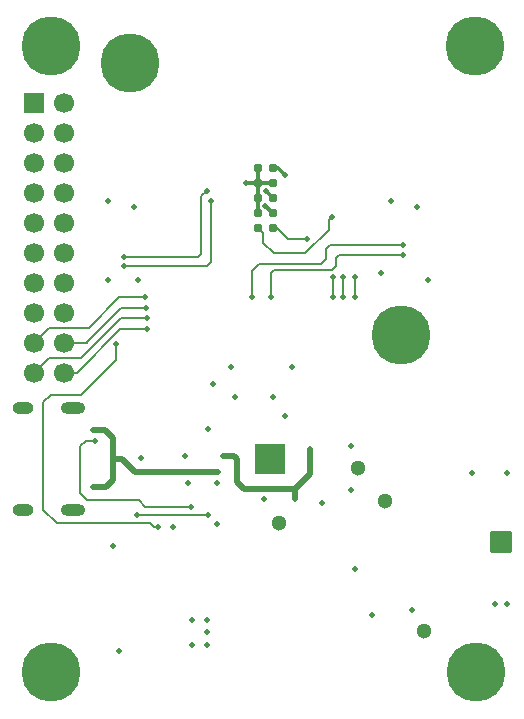
<source format=gbr>
%TF.GenerationSoftware,KiCad,Pcbnew,9.0.4-9.0.4-0~ubuntu24.04.1*%
%TF.CreationDate,2025-09-26T14:01:36+02:00*%
%TF.ProjectId,Sensor_Node_Base,53656e73-6f72-45f4-9e6f-64655f426173,rev?*%
%TF.SameCoordinates,Original*%
%TF.FileFunction,Copper,L4,Bot*%
%TF.FilePolarity,Positive*%
%FSLAX46Y46*%
G04 Gerber Fmt 4.6, Leading zero omitted, Abs format (unit mm)*
G04 Created by KiCad (PCBNEW 9.0.4-9.0.4-0~ubuntu24.04.1) date 2025-09-26 14:01:36*
%MOMM*%
%LPD*%
G01*
G04 APERTURE LIST*
G04 Aperture macros list*
%AMRoundRect*
0 Rectangle with rounded corners*
0 $1 Rounding radius*
0 $2 $3 $4 $5 $6 $7 $8 $9 X,Y pos of 4 corners*
0 Add a 4 corners polygon primitive as box body*
4,1,4,$2,$3,$4,$5,$6,$7,$8,$9,$2,$3,0*
0 Add four circle primitives for the rounded corners*
1,1,$1+$1,$2,$3*
1,1,$1+$1,$4,$5*
1,1,$1+$1,$6,$7*
1,1,$1+$1,$8,$9*
0 Add four rect primitives between the rounded corners*
20,1,$1+$1,$2,$3,$4,$5,0*
20,1,$1+$1,$4,$5,$6,$7,0*
20,1,$1+$1,$6,$7,$8,$9,0*
20,1,$1+$1,$8,$9,$2,$3,0*%
G04 Aperture macros list end*
%TA.AperFunction,ComponentPad*%
%ADD10R,1.700000X1.700000*%
%TD*%
%TA.AperFunction,ComponentPad*%
%ADD11C,1.700000*%
%TD*%
%TA.AperFunction,SMDPad,CuDef*%
%ADD12C,0.787400*%
%TD*%
%TA.AperFunction,ComponentPad*%
%ADD13C,0.800000*%
%TD*%
%TA.AperFunction,ComponentPad*%
%ADD14C,5.000000*%
%TD*%
%TA.AperFunction,HeatsinkPad*%
%ADD15C,0.500000*%
%TD*%
%TA.AperFunction,HeatsinkPad*%
%ADD16R,2.500000X2.500000*%
%TD*%
%TA.AperFunction,ComponentPad*%
%ADD17O,2.100000X1.000000*%
%TD*%
%TA.AperFunction,ComponentPad*%
%ADD18O,1.800000X1.000000*%
%TD*%
%TA.AperFunction,ComponentPad*%
%ADD19C,1.300000*%
%TD*%
%TA.AperFunction,ComponentPad*%
%ADD20C,0.400000*%
%TD*%
%TA.AperFunction,SMDPad,CuDef*%
%ADD21RoundRect,0.054000X0.846000X0.846000X-0.846000X0.846000X-0.846000X-0.846000X0.846000X-0.846000X0*%
%TD*%
%TA.AperFunction,ViaPad*%
%ADD22C,0.500000*%
%TD*%
%TA.AperFunction,Conductor*%
%ADD23C,0.300000*%
%TD*%
%TA.AperFunction,Conductor*%
%ADD24C,0.500000*%
%TD*%
%TA.AperFunction,Conductor*%
%ADD25C,0.200000*%
%TD*%
%TA.AperFunction,Conductor*%
%ADD26C,0.150000*%
%TD*%
G04 APERTURE END LIST*
D10*
%TO.P,J201,1,Pin_1*%
%TO.N,P1.08*%
X123700000Y-86610000D03*
D11*
%TO.P,J201,2,Pin_2*%
%TO.N,P0.30*%
X126240000Y-86610000D03*
%TO.P,J201,3,Pin_3*%
%TO.N,P0.28*%
X123700000Y-89150000D03*
%TO.P,J201,4,Pin_4*%
%TO.N,P0.03*%
X126240000Y-89150000D03*
%TO.P,J201,5,Pin_5*%
%TO.N,P1.14*%
X123700000Y-91690000D03*
%TO.P,J201,6,Pin_6*%
%TO.N,P1.12*%
X126240000Y-91690000D03*
%TO.P,J201,7,Pin_7*%
%TO.N,P1.11*%
X123700000Y-94230000D03*
%TO.P,J201,8,Pin_8*%
%TO.N,P0.10*%
X126240000Y-94230000D03*
%TO.P,J201,9,Pin_9*%
%TO.N,P1.10*%
X123700000Y-96770000D03*
%TO.P,J201,10,Pin_10*%
%TO.N,P1.13*%
X126240000Y-96770000D03*
%TO.P,J201,11,Pin_11*%
%TO.N,P1.15*%
X123700000Y-99310000D03*
%TO.P,J201,12,Pin_12*%
%TO.N,P0.29*%
X126240000Y-99310000D03*
%TO.P,J201,13,Pin_13*%
%TO.N,P0.31*%
X123700000Y-101850000D03*
%TO.P,J201,14,Pin_14*%
%TO.N,unconnected-(J201-Pin_14-Pad14)*%
X126240000Y-101850000D03*
%TO.P,J201,15,Pin_15*%
%TO.N,unconnected-(J201-Pin_15-Pad15)*%
X123700000Y-104390000D03*
%TO.P,J201,16,Pin_16*%
%TO.N,P0.26*%
X126240000Y-104390000D03*
%TO.P,J201,17,Pin_17*%
%TO.N,P0.11*%
X123700000Y-106930000D03*
%TO.P,J201,18,Pin_18*%
%TO.N,P0.27*%
X126240000Y-106930000D03*
%TO.P,J201,19,Pin_19*%
%TO.N,P0.05*%
X123700000Y-109470000D03*
%TO.P,J201,20,Pin_20*%
%TO.N,P0.06*%
X126240000Y-109470000D03*
%TD*%
D12*
%TO.P,M201,70,GND*%
%TO.N,GND*%
X142625000Y-92150000D03*
%TO.P,M201,69,GND*%
X142625000Y-93420000D03*
%TO.P,M201,68,NC*%
X142625000Y-94690000D03*
%TO.P,M201,67,NC*%
X142625000Y-95960000D03*
%TO.P,M201,66,SWCLK*%
%TO.N,NRF_SWCLK*%
X142625000Y-97230000D03*
%TO.P,M201,65,SWDIO*%
%TO.N,NRF_SWDIO*%
X143895000Y-97230000D03*
%TO.P,M201,64,U_TX*%
%TO.N,NRF_UART_TX*%
X143895000Y-95960000D03*
%TO.P,M201,63,U_RX*%
%TO.N,NRF_UART_RX*%
X143895000Y-94690000D03*
%TO.P,M201,62,GND*%
%TO.N,GND*%
X143895000Y-93420000D03*
%TO.P,M201,61,VDD*%
%TO.N,/MCU/+1.8V_VDD_nRF*%
X143895000Y-92150000D03*
D13*
%TO.P,M201,2,GND*%
%TO.N,GND*%
X156635000Y-106270000D03*
X156085825Y-107595825D03*
X156085825Y-104944175D03*
X154760000Y-108145000D03*
D14*
X154760000Y-106270000D03*
D13*
X154760000Y-104395000D03*
X153434175Y-107595825D03*
X153434175Y-104944175D03*
X152885000Y-106270000D03*
X133635000Y-83270000D03*
X133085825Y-84595825D03*
X133085825Y-81944175D03*
X131760000Y-85145000D03*
D14*
X131760000Y-83270000D03*
D13*
X131760000Y-81395000D03*
X130434175Y-84595825D03*
X130434175Y-81944175D03*
X129885000Y-83270000D03*
%TD*%
D15*
%TO.P,IC302,33,AVSS*%
%TO.N,GND*%
X144680000Y-117810000D03*
X144680000Y-116810000D03*
X144680000Y-115810000D03*
X143680000Y-117810000D03*
X143680000Y-116810000D03*
D16*
X143680000Y-116810000D03*
D15*
X143680000Y-115810000D03*
X142680000Y-117810000D03*
X142680000Y-116810000D03*
X142680000Y-115810000D03*
%TD*%
D13*
%TO.P,MH103,1*%
%TO.N,GND*%
X159155000Y-81855825D03*
X159704175Y-80530000D03*
X159704175Y-83181650D03*
X161030000Y-79980825D03*
D14*
X161030000Y-81855825D03*
D13*
X161030000Y-83730825D03*
X162355825Y-80530000D03*
X162355825Y-83181650D03*
X162905000Y-81855825D03*
%TD*%
%TO.P,MH101,1*%
%TO.N,GND*%
X123245000Y-81865825D03*
X123794175Y-80540000D03*
X123794175Y-83191650D03*
X125120000Y-79990825D03*
D14*
X125120000Y-81865825D03*
D13*
X125120000Y-83740825D03*
X126445825Y-80540000D03*
X126445825Y-83191650D03*
X126995000Y-81865825D03*
%TD*%
D17*
%TO.P,CON101,S1,SHIELD*%
%TO.N,GND*%
X126950000Y-112460000D03*
D18*
X122750000Y-112460000D03*
D17*
X126950000Y-121100000D03*
D18*
X122750000Y-121100000D03*
%TD*%
D19*
%TO.P,TP309,1,1*%
%TO.N,/MCU/+1.8V_LS1*%
X144390000Y-122230000D03*
%TD*%
%TO.P,TP308,1,1*%
%TO.N,/MCU/+1.8V_VDD_nRF*%
X151130000Y-117560000D03*
%TD*%
D13*
%TO.P,MH102,1*%
%TO.N,GND*%
X159245000Y-134855825D03*
X159794175Y-133530000D03*
X159794175Y-136181650D03*
X161120000Y-132980825D03*
D14*
X161120000Y-134855825D03*
D13*
X161120000Y-136730825D03*
X162445825Y-133530000D03*
X162445825Y-136181650D03*
X162995000Y-134855825D03*
%TD*%
D20*
%TO.P,IC202,5,THPAD*%
%TO.N,unconnected-(IC202-THPAD-Pad5)_1*%
X163500000Y-123850000D03*
D21*
%TO.N,unconnected-(IC202-THPAD-Pad5)_3*%
X163200000Y-123850000D03*
D20*
%TO.N,unconnected-(IC202-THPAD-Pad5)_2*%
X162900000Y-123850000D03*
%TD*%
D19*
%TO.P,TP303,1,1*%
%TO.N,GND*%
X156710000Y-131380000D03*
%TD*%
%TO.P,TP307,1,1*%
%TO.N,/MCU/+5V_VBUS*%
X153350000Y-120350000D03*
%TD*%
D13*
%TO.P,MH104,1*%
%TO.N,GND*%
X123245000Y-134855825D03*
X123794175Y-133530000D03*
X123794175Y-136181650D03*
X125120000Y-132980825D03*
D14*
X125120000Y-134855825D03*
D13*
X125120000Y-136730825D03*
X126445825Y-133530000D03*
X126445825Y-136181650D03*
X126995000Y-134855825D03*
%TD*%
D22*
%TO.N,/MCU/+1.8V_VDD_nRF*%
X150880000Y-126080000D03*
%TO.N,/MCU/+1.8V_LS1*%
X160750000Y-118000000D03*
X162720000Y-129070000D03*
X163720000Y-118000000D03*
%TO.N,GND*%
X136480000Y-116560000D03*
X153920000Y-94970000D03*
X130330000Y-124120000D03*
X141610000Y-93410000D03*
X138320000Y-130400000D03*
X150480000Y-119460000D03*
X138320000Y-131460000D03*
X132500000Y-101620000D03*
X132700000Y-116750000D03*
X163680000Y-129060000D03*
X137090000Y-132560000D03*
X129920000Y-94910000D03*
X135430000Y-122530000D03*
X130840000Y-133040000D03*
X137090000Y-130400000D03*
X138420000Y-114280000D03*
X152270500Y-129985000D03*
X144890000Y-113190000D03*
X136750000Y-118860000D03*
X138320000Y-132560000D03*
X157000000Y-101610000D03*
X150480000Y-115660000D03*
X138850000Y-110450000D03*
X140680000Y-111570000D03*
%TO.N,/POWER/+5V_VBUSIN*%
X128670000Y-119180000D03*
X130320000Y-116760000D03*
X139250000Y-117860000D03*
X128670000Y-114380000D03*
%TO.N,/MCU/+1.8V_VDD_nRF*%
X144920000Y-92720000D03*
X148080000Y-120490000D03*
X132100000Y-95480000D03*
X145480000Y-108980000D03*
X143930000Y-111560000D03*
X143130000Y-120210000D03*
X129920000Y-101610000D03*
X155680000Y-129560000D03*
X156110000Y-95470000D03*
X140310000Y-109000000D03*
X153020000Y-101070000D03*
%TO.N,/POWER/VSYS*%
X145780000Y-120160000D03*
X147080000Y-116660000D03*
X139660000Y-116560000D03*
X147080000Y-115960000D03*
%TO.N,/POWER/CC2*%
X132370000Y-121520000D03*
X138380000Y-121520000D03*
%TO.N,/POWER/CC1*%
X128850000Y-115250000D03*
X136960000Y-120830000D03*
%TO.N,NRF_SWCLK*%
X148890000Y-96270000D03*
%TO.N,NRF_SWDIO*%
X146820000Y-98136450D03*
%TO.N,NRF_UART_TX*%
X131270000Y-100480000D03*
X138670000Y-94920000D03*
X143270000Y-95340000D03*
%TO.N,NRF_UART_RX*%
X143280000Y-94080000D03*
X138280000Y-94080000D03*
X131250000Y-99670000D03*
%TO.N,/MCU/LS1_CTRL*%
X149020000Y-103090000D03*
X149020000Y-101360000D03*
%TO.N,/MCU/NRF_PMIC_SDA*%
X143740000Y-103040000D03*
X154930000Y-99520000D03*
%TO.N,/MCU/NRF_PMIC_SCL*%
X142160000Y-103090000D03*
X154930000Y-98670000D03*
%TO.N,/MCU/NRF_PMIC_INT*%
X149870000Y-101360000D03*
X149870000Y-103090000D03*
%TO.N,P0.27*%
X133190000Y-103970000D03*
%TO.N,P0.06*%
X133260000Y-105780000D03*
%TO.N,P0.11*%
X133100000Y-103090000D03*
%TO.N,P0.05*%
X133240000Y-104820000D03*
%TO.N,/MCU/+5V_VBUS*%
X139190000Y-118860000D03*
X139190000Y-122270000D03*
%TO.N,/MCU/NRF_PMIC_RST*%
X150860000Y-103090000D03*
X150870000Y-101370000D03*
%TO.N,P0.04*%
X130640000Y-107060000D03*
X134190000Y-122530000D03*
%TD*%
D23*
%TO.N,GND*%
X142625000Y-93420000D02*
X141620000Y-93420000D01*
X143895000Y-93420000D02*
X142625000Y-93420000D01*
X142625000Y-92150000D02*
X142625000Y-95960000D01*
X141620000Y-93420000D02*
X141610000Y-93410000D01*
D24*
%TO.N,/POWER/+5V_VBUSIN*%
X130320000Y-118590000D02*
X130320000Y-116760000D01*
X129730000Y-119180000D02*
X130320000Y-118590000D01*
X130320000Y-116760000D02*
X131110000Y-116760000D01*
X131110000Y-116760000D02*
X132210000Y-117860000D01*
X128670000Y-119180000D02*
X129730000Y-119180000D01*
X132210000Y-117860000D02*
X139250000Y-117860000D01*
X129700000Y-114380000D02*
X128670000Y-114380000D01*
X130320000Y-116760000D02*
X130320000Y-115000000D01*
X130320000Y-115000000D02*
X129700000Y-114380000D01*
D23*
%TO.N,/MCU/+1.8V_VDD_nRF*%
X143895000Y-92150000D02*
X144350000Y-92150000D01*
X144350000Y-92150000D02*
X144920000Y-92720000D01*
D24*
%TO.N,/POWER/VSYS*%
X147080000Y-118060000D02*
X147080000Y-117410000D01*
X140900000Y-118780000D02*
X141450000Y-119330000D01*
X147080000Y-117410000D02*
X147080000Y-115960000D01*
X140630000Y-116560000D02*
X140900000Y-116830000D01*
X147080000Y-117410000D02*
X147080000Y-116660000D01*
X140900000Y-116830000D02*
X140900000Y-118780000D01*
X139660000Y-116560000D02*
X140630000Y-116560000D01*
X145780000Y-119330000D02*
X145780000Y-120160000D01*
X145810000Y-119330000D02*
X147080000Y-118060000D01*
X141450000Y-119330000D02*
X145810000Y-119330000D01*
D25*
%TO.N,/POWER/CC2*%
X132370000Y-121520000D02*
X138380000Y-121520000D01*
%TO.N,/POWER/CC1*%
X127600000Y-115700000D02*
X128050000Y-115250000D01*
X136960000Y-120830000D02*
X133090000Y-120830000D01*
X132560000Y-120300000D02*
X128190000Y-120300000D01*
X128050000Y-115250000D02*
X128850000Y-115250000D01*
X128190000Y-120300000D02*
X127600000Y-119710000D01*
X127600000Y-119710000D02*
X127600000Y-115700000D01*
X133090000Y-120830000D02*
X132560000Y-120300000D01*
%TO.N,NRF_SWCLK*%
X146620000Y-99390000D02*
X148630000Y-97380000D01*
X142625000Y-97230000D02*
X143094300Y-97699300D01*
X143094300Y-98520392D02*
X143963908Y-99390000D01*
X148630000Y-96530000D02*
X148890000Y-96270000D01*
X148630000Y-97380000D02*
X148630000Y-96530000D01*
X143094300Y-97699300D02*
X143094300Y-98520392D01*
X143963908Y-99390000D02*
X146620000Y-99390000D01*
%TO.N,NRF_SWDIO*%
X145161511Y-98136450D02*
X144255061Y-97230000D01*
X144255061Y-97230000D02*
X143895000Y-97230000D01*
X146820000Y-98136450D02*
X145161511Y-98136450D01*
D23*
%TO.N,NRF_UART_TX*%
X143890000Y-95960000D02*
X143270000Y-95340000D01*
D26*
X138670000Y-94920000D02*
X138670000Y-100130000D01*
X138320000Y-100480000D02*
X131270000Y-100480000D01*
X138670000Y-100130000D02*
X138320000Y-100480000D01*
D23*
X143895000Y-95960000D02*
X143890000Y-95960000D01*
D26*
%TO.N,NRF_UART_RX*%
X138280000Y-94080000D02*
X137800000Y-94560000D01*
X137800000Y-94560000D02*
X137800000Y-99440000D01*
D23*
X143895000Y-94690000D02*
X143890000Y-94690000D01*
X143890000Y-94690000D02*
X143280000Y-94080000D01*
D26*
X137570000Y-99670000D02*
X131250000Y-99670000D01*
X137800000Y-99440000D02*
X137570000Y-99670000D01*
D25*
%TO.N,/MCU/LS1_CTRL*%
X149020000Y-101580000D02*
X149020000Y-101360000D01*
X149020000Y-103090000D02*
X149020000Y-101580000D01*
%TO.N,/MCU/NRF_PMIC_SDA*%
X149250000Y-99780000D02*
X149510000Y-99520000D01*
X148920000Y-100780000D02*
X149250000Y-100450000D01*
X149250000Y-100450000D02*
X149250000Y-99780000D01*
X143740000Y-103040000D02*
X143740000Y-101010000D01*
X143970000Y-100780000D02*
X148920000Y-100780000D01*
X143740000Y-101010000D02*
X143970000Y-100780000D01*
X149510000Y-99520000D02*
X154930000Y-99520000D01*
%TO.N,/MCU/NRF_PMIC_SCL*%
X148750000Y-98670000D02*
X148380000Y-99040000D01*
X147960000Y-100280000D02*
X142730000Y-100280000D01*
X154930000Y-98670000D02*
X148750000Y-98670000D01*
X142730000Y-100280000D02*
X142160000Y-100850000D01*
X142160000Y-100850000D02*
X142160000Y-103090000D01*
X148380000Y-99040000D02*
X148380000Y-99860000D01*
X148380000Y-99860000D02*
X147960000Y-100280000D01*
%TO.N,/MCU/NRF_PMIC_INT*%
X149870000Y-103090000D02*
X149870000Y-101520000D01*
X149870000Y-101520000D02*
X149870000Y-101360000D01*
D26*
%TO.N,P0.27*%
X128130000Y-106930000D02*
X126240000Y-106930000D01*
X131060000Y-103970000D02*
X128100000Y-106930000D01*
X133190000Y-103970000D02*
X131060000Y-103970000D01*
%TO.N,P0.06*%
X133260000Y-105780000D02*
X130950000Y-105780000D01*
X130980000Y-105780000D02*
X127290000Y-109470000D01*
X127290000Y-109470000D02*
X126240000Y-109470000D01*
%TO.N,P0.11*%
X130880000Y-103090000D02*
X128310000Y-105660000D01*
X128340000Y-105660000D02*
X124970000Y-105660000D01*
X124970000Y-105660000D02*
X123700000Y-106930000D01*
X133100000Y-103090000D02*
X130880000Y-103090000D01*
%TO.N,P0.05*%
X131020000Y-104820000D02*
X127640000Y-108200000D01*
X127670000Y-108200000D02*
X124970000Y-108200000D01*
X124970000Y-108200000D02*
X123700000Y-109470000D01*
X133240000Y-104820000D02*
X131020000Y-104820000D01*
D25*
%TO.N,/MCU/NRF_PMIC_RST*%
X150860000Y-103090000D02*
X150860000Y-101380000D01*
X150860000Y-101380000D02*
X150870000Y-101370000D01*
%TO.N,P0.04*%
X125110000Y-111340000D02*
X124470000Y-111980000D01*
X130640000Y-107060000D02*
X130640000Y-108350000D01*
X125580000Y-122220000D02*
X133510000Y-122220000D01*
X124470000Y-111980000D02*
X124470000Y-121110000D01*
X133820000Y-122530000D02*
X134190000Y-122530000D01*
X133510000Y-122220000D02*
X133820000Y-122530000D01*
X124470000Y-121110000D02*
X125580000Y-122220000D01*
X127680000Y-111340000D02*
X125110000Y-111340000D01*
X130670000Y-108350000D02*
X127680000Y-111340000D01*
%TD*%
M02*

</source>
